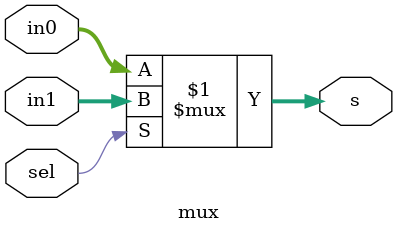
<source format=v>
module mux(sel, in0, in1, s);
  input sel;
  input [31:0] in0, in1;
  output [31:0] s;
    assign s = (sel) ? in1 : in0;
endmodule

</source>
